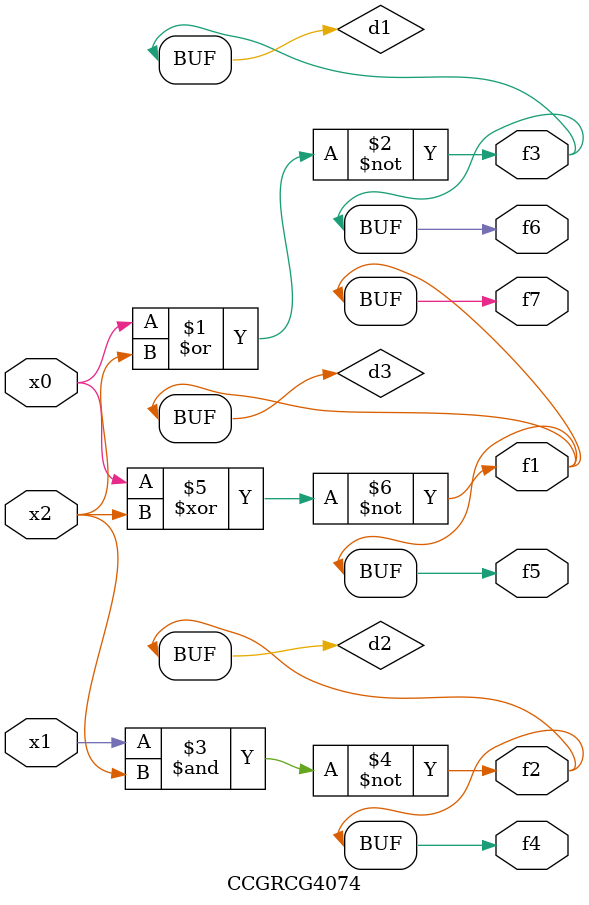
<source format=v>
module CCGRCG4074(
	input x0, x1, x2,
	output f1, f2, f3, f4, f5, f6, f7
);

	wire d1, d2, d3;

	nor (d1, x0, x2);
	nand (d2, x1, x2);
	xnor (d3, x0, x2);
	assign f1 = d3;
	assign f2 = d2;
	assign f3 = d1;
	assign f4 = d2;
	assign f5 = d3;
	assign f6 = d1;
	assign f7 = d3;
endmodule

</source>
